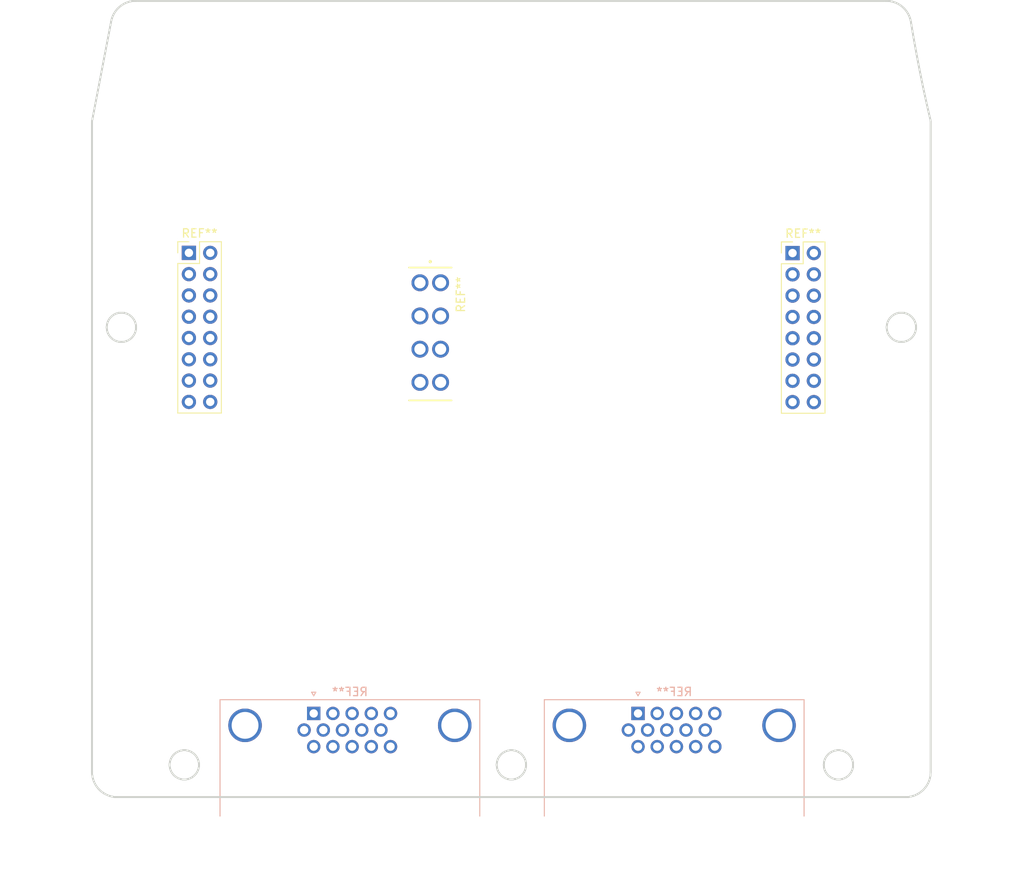
<source format=kicad_pcb>
(kicad_pcb (version 20221018) (generator pcbnew)
  (layers (0 "F.Cu" signal) (31 "B.Cu" signal) (34 "B.Paste" user) (35 "F.Paste" user) (36 "B.SilkS" user "B.Silkscreen") (37 "F.SilkS" user "F.Silkscreen") (38 "B.Mask" user) (39 "F.Mask" user) (44 "Edge.Cuts" user))
  (net 0 "")
  (footprint "Library:SAMTEC_FHP-04-01-X-S" (layer "F.Cu") (at 141.26 85.6787 -90)
    (fp_text reference "REF**" (at -4.705 -3.635 90) (layer "F.SilkS"))
    (fp_text value "SAMTEC_FHP-04-01-X-S")
    (fp_line (start -7.9248 -2.54) (end -7.9248 2.54) (stroke (width 0.2)) (layer "F.SilkS"))
    (fp_line (start 7.9248 -2.54) (end 7.9248 2.54) (stroke (width 0.2)) (layer "F.SilkS"))
    (fp_circle (center -8.63 0) (end -8.53 0) (stroke (width 0.2)) (fill none) (layer "F.SilkS"))
    (pad "01_1" thru_hole circle (at -6.1087 1.23 270) (size 2.0193 2.0193) (drill 1.3462) (layers "*.Cu" "*.Mask"))
    (pad "01_2" thru_hole circle (at -6.1087 -1.23 270) (size 2.0193 2.0193) (drill 1.3462) (layers "*.Cu" "*.Mask"))
    (pad "02_1" thru_hole circle (at -2.1487 1.23 270) (size 2.0193 2.0193) (drill 1.3462) (layers "*.Cu" "*.Mask"))
    (pad "02_2" thru_hole circle (at -2.1487 -1.23 270) (size 2.0193 2.0193) (drill 1.3462) (layers "*.Cu" "*.Mask"))
    (pad "03_1" thru_hole circle (at 1.8113 1.23 270) (size 2.0193 2.0193) (drill 1.3462) (layers "*.Cu" "*.Mask"))
    (pad "03_2" thru_hole circle (at 1.8113 -1.23 270) (size 2.0193 2.0193) (drill 1.3462) (layers "*.Cu" "*.Mask"))
    (pad "04_1" thru_hole circle (at 5.7713 1.23 270) (size 2.0193 2.0193) (drill 1.3462) (layers "*.Cu" "*.Mask"))
    (pad "04_2" thru_hole circle (at 5.7713 -1.23 270) (size 2.0193 2.0193) (drill 1.3462) (layers "*.Cu" "*.Mask"))
  )
  (footprint "Connector_PinHeader_2.54mm:PinHeader_2x08_P2.54mm_Vertical" (layer "F.Cu") (at 184.455 76.025)
    (fp_text reference "REF**" (at 1.27 -2.33) (layer "F.SilkS"))
    (fp_text value "PinHeader_2x08_P2.54mm_Vertical")
    (fp_line (start -1.33 -1.33) (end 0 -1.33) (stroke (width 0.12)) (layer "F.SilkS"))
    (fp_line (start -1.33 0) (end -1.33 -1.33) (stroke (width 0.12)) (layer "F.SilkS"))
    (fp_line (start -1.33 1.27) (end -1.33 19.11) (stroke (width 0.12)) (layer "F.SilkS"))
    (fp_line (start -1.33 1.27) (end 1.27 1.27) (stroke (width 0.12)) (layer "F.SilkS"))
    (fp_line (start -1.33 19.11) (end 3.87 19.11) (stroke (width 0.12)) (layer "F.SilkS"))
    (fp_line (start 1.27 -1.33) (end 3.87 -1.33) (stroke (width 0.12)) (layer "F.SilkS"))
    (fp_line (start 1.27 1.27) (end 1.27 -1.33) (stroke (width 0.12)) (layer "F.SilkS"))
    (fp_line (start 3.87 -1.33) (end 3.87 19.11) (stroke (width 0.12)) (layer "F.SilkS"))
    (pad "1" thru_hole rect (at 0 0) (size 1.7 1.7) (drill 1) (layers "*.Cu" "*.Mask"))
    (pad "2" thru_hole oval (at 2.54 0) (size 1.7 1.7) (drill 1) (layers "*.Cu" "*.Mask"))
    (pad "3" thru_hole oval (at 0 2.54) (size 1.7 1.7) (drill 1) (layers "*.Cu" "*.Mask"))
    (pad "4" thru_hole oval (at 2.54 2.54) (size 1.7 1.7) (drill 1) (layers "*.Cu" "*.Mask"))
    (pad "5" thru_hole oval (at 0 5.08) (size 1.7 1.7) (drill 1) (layers "*.Cu" "*.Mask"))
    (pad "6" thru_hole oval (at 2.54 5.08) (size 1.7 1.7) (drill 1) (layers "*.Cu" "*.Mask"))
    (pad "7" thru_hole oval (at 0 7.62) (size 1.7 1.7) (drill 1) (layers "*.Cu" "*.Mask"))
    (pad "8" thru_hole oval (at 2.54 7.62) (size 1.7 1.7) (drill 1) (layers "*.Cu" "*.Mask"))
    (pad "9" thru_hole oval (at 0 10.16) (size 1.7 1.7) (drill 1) (layers "*.Cu" "*.Mask"))
    (pad "10" thru_hole oval (at 2.54 10.16) (size 1.7 1.7) (drill 1) (layers "*.Cu" "*.Mask"))
    (pad "11" thru_hole oval (at 0 12.7) (size 1.7 1.7) (drill 1) (layers "*.Cu" "*.Mask"))
    (pad "12" thru_hole oval (at 2.54 12.7) (size 1.7 1.7) (drill 1) (layers "*.Cu" "*.Mask"))
    (pad "13" thru_hole oval (at 0 15.24) (size 1.7 1.7) (drill 1) (layers "*.Cu" "*.Mask"))
    (pad "14" thru_hole oval (at 2.54 15.24) (size 1.7 1.7) (drill 1) (layers "*.Cu" "*.Mask"))
    (pad "15" thru_hole oval (at 0 17.78) (size 1.7 1.7) (drill 1) (layers "*.Cu" "*.Mask"))
    (pad "16" thru_hole oval (at 2.54 17.78) (size 1.7 1.7) (drill 1) (layers "*.Cu" "*.Mask"))
  )
  (footprint "Connector_PinHeader_2.54mm:PinHeader_2x08_P2.54mm_Vertical" (layer "F.Cu") (at 112.48 76)
    (fp_text reference "REF**" (at 1.27 -2.33) (layer "F.SilkS"))
    (fp_text value "PinHeader_2x08_P2.54mm_Vertical")
    (fp_line (start -1.33 -1.33) (end 0 -1.33) (stroke (width 0.12)) (layer "F.SilkS"))
    (fp_line (start -1.33 0) (end -1.33 -1.33) (stroke (width 0.12)) (layer "F.SilkS"))
    (fp_line (start -1.33 1.27) (end -1.33 19.11) (stroke (width 0.12)) (layer "F.SilkS"))
    (fp_line (start -1.33 1.27) (end 1.27 1.27) (stroke (width 0.12)) (layer "F.SilkS"))
    (fp_line (start -1.33 19.11) (end 3.87 19.11) (stroke (width 0.12)) (layer "F.SilkS"))
    (fp_line (start 1.27 -1.33) (end 3.87 -1.33) (stroke (width 0.12)) (layer "F.SilkS"))
    (fp_line (start 1.27 1.27) (end 1.27 -1.33) (stroke (width 0.12)) (layer "F.SilkS"))
    (fp_line (start 3.87 -1.33) (end 3.87 19.11) (stroke (width 0.12)) (layer "F.SilkS"))
    (pad "1" thru_hole rect (at 0 0) (size 1.7 1.7) (drill 1) (layers "*.Cu" "*.Mask"))
    (pad "2" thru_hole oval (at 2.54 0) (size 1.7 1.7) (drill 1) (layers "*.Cu" "*.Mask"))
    (pad "3" thru_hole oval (at 0 2.54) (size 1.7 1.7) (drill 1) (layers "*.Cu" "*.Mask"))
    (pad "4" thru_hole oval (at 2.54 2.54) (size 1.7 1.7) (drill 1) (layers "*.Cu" "*.Mask"))
    (pad "5" thru_hole oval (at 0 5.08) (size 1.7 1.7) (drill 1) (layers "*.Cu" "*.Mask"))
    (pad "6" thru_hole oval (at 2.54 5.08) (size 1.7 1.7) (drill 1) (layers "*.Cu" "*.Mask"))
    (pad "7" thru_hole oval (at 0 7.62) (size 1.7 1.7) (drill 1) (layers "*.Cu" "*.Mask"))
    (pad "8" thru_hole oval (at 2.54 7.62) (size 1.7 1.7) (drill 1) (layers "*.Cu" "*.Mask"))
    (pad "9" thru_hole oval (at 0 10.16) (size 1.7 1.7) (drill 1) (layers "*.Cu" "*.Mask"))
    (pad "10" thru_hole oval (at 2.54 10.16) (size 1.7 1.7) (drill 1) (layers "*.Cu" "*.Mask"))
    (pad "11" thru_hole oval (at 0 12.7) (size 1.7 1.7) (drill 1) (layers "*.Cu" "*.Mask"))
    (pad "12" thru_hole oval (at 2.54 12.7) (size 1.7 1.7) (drill 1) (layers "*.Cu" "*.Mask"))
    (pad "13" thru_hole oval (at 0 15.24) (size 1.7 1.7) (drill 1) (layers "*.Cu" "*.Mask"))
    (pad "14" thru_hole oval (at 2.54 15.24) (size 1.7 1.7) (drill 1) (layers "*.Cu" "*.Mask"))
    (pad "15" thru_hole oval (at 0 17.78) (size 1.7 1.7) (drill 1) (layers "*.Cu" "*.Mask"))
    (pad "16" thru_hole oval (at 2.54 17.78) (size 1.7 1.7) (drill 1) (layers "*.Cu" "*.Mask"))
  )
  (footprint "Connector_Dsub:DSUB-15-HD_Female_Horizontal_P2.29x1.98mm_EdgePinOffset8.35mm_Housed_MountingHolesOffset10.89mm" (layer "B.Cu") (at 127.36 130.95 180)
    (fp_text reference "REF**" (at -4.315 2.58) (layer "B.SilkS") (effects (justify mirror)))
    (fp_text value "DSUB-15-HD_Female_Horizontal_P2.29x1.98mm_EdgePinOffset8.35mm_Housed_MountingHolesOffset10.89mm")
    (fp_line (start -19.8 -12.25) (end -19.8 1.64) (stroke (width 0.12)) (layer "B.SilkS"))
    (fp_line (start -19.8 1.64) (end 11.17 1.64) (stroke (width 0.12)) (layer "B.SilkS"))
    (fp_line (start -0.25 2.534338) (end 0.25 2.534338) (stroke (width 0.12)) (layer "B.SilkS"))
    (fp_line (start 0 2.101325) (end -0.25 2.534338) (stroke (width 0.12)) (layer "B.SilkS"))
    (fp_line (start 0.25 2.534338) (end 0 2.101325) (stroke (width 0.12)) (layer "B.SilkS"))
    (fp_line (start 11.17 1.64) (end 11.17 -12.25) (stroke (width 0.12)) (layer "B.SilkS"))
    (pad "0" thru_hole circle (at -16.815 -1.42 180) (size 4 4) (drill 3.2) (layers "*.Cu" "*.Mask"))
    (pad "0" thru_hole circle (at 8.185 -1.42 180) (size 4 4) (drill 3.2) (layers "*.Cu" "*.Mask"))
    (pad "1" thru_hole rect (at 0 0 180) (size 1.6 1.6) (drill 1) (layers "*.Cu" "*.Mask"))
    (pad "2" thru_hole circle (at -2.29 0 180) (size 1.6 1.6) (drill 1) (layers "*.Cu" "*.Mask"))
    (pad "3" thru_hole circle (at -4.58 0 180) (size 1.6 1.6) (drill 1) (layers "*.Cu" "*.Mask"))
    (pad "4" thru_hole circle (at -6.87 0 180) (size 1.6 1.6) (drill 1) (layers "*.Cu" "*.Mask"))
    (pad "5" thru_hole circle (at -9.16 0 180) (size 1.6 1.6) (drill 1) (layers "*.Cu" "*.Mask"))
    (pad "6" thru_hole circle (at 1.145 -1.98 180) (size 1.6 1.6) (drill 1) (layers "*.Cu" "*.Mask"))
    (pad "7" thru_hole circle (at -1.145 -1.98 180) (size 1.6 1.6) (drill 1) (layers "*.Cu" "*.Mask"))
    (pad "8" thru_hole circle (at -3.435 -1.98 180) (size 1.6 1.6) (drill 1) (layers "*.Cu" "*.Mask"))
    (pad "9" thru_hole circle (at -5.725 -1.98 180) (size 1.6 1.6) (drill 1) (layers "*.Cu" "*.Mask"))
    (pad "10" thru_hole circle (at -8.015 -1.98 180) (size 1.6 1.6) (drill 1) (layers "*.Cu" "*.Mask"))
    (pad "11" thru_hole circle (at 0 -3.96 180) (size 1.6 1.6) (drill 1) (layers "*.Cu" "*.Mask"))
    (pad "12" thru_hole circle (at -2.29 -3.96 180) (size 1.6 1.6) (drill 1) (layers "*.Cu" "*.Mask"))
    (pad "13" thru_hole circle (at -4.58 -3.96 180) (size 1.6 1.6) (drill 1) (layers "*.Cu" "*.Mask"))
    (pad "14" thru_hole circle (at -6.87 -3.96 180) (size 1.6 1.6) (drill 1) (layers "*.Cu" "*.Mask"))
    (pad "15" thru_hole circle (at -9.16 -3.96 180) (size 1.6 1.6) (drill 1) (layers "*.Cu" "*.Mask"))
  )
  (footprint "Connector_Dsub:DSUB-15-HD_Female_Horizontal_P2.29x1.98mm_EdgePinOffset8.35mm_Housed_MountingHolesOffset10.89mm" (layer "B.Cu") (at 166.03 130.95 180)
    (fp_text reference "REF**" (at -4.315 2.58) (layer "B.SilkS") (effects (justify mirror)))
    (fp_text value "DSUB-15-HD_Female_Horizontal_P2.29x1.98mm_EdgePinOffset8.35mm_Housed_MountingHolesOffset10.89mm")
    (fp_line (start -19.8 -12.25) (end -19.8 1.64) (stroke (width 0.12)) (layer "B.SilkS"))
    (fp_line (start -19.8 1.64) (end 11.17 1.64) (stroke (width 0.12)) (layer "B.SilkS"))
    (fp_line (start -0.25 2.534338) (end 0.25 2.534338) (stroke (width 0.12)) (layer "B.SilkS"))
    (fp_line (start 0 2.101325) (end -0.25 2.534338) (stroke (width 0.12)) (layer "B.SilkS"))
    (fp_line (start 0.25 2.534338) (end 0 2.101325) (stroke (width 0.12)) (layer "B.SilkS"))
    (fp_line (start 11.17 1.64) (end 11.17 -12.25) (stroke (width 0.12)) (layer "B.SilkS"))
    (pad "0" thru_hole circle (at -16.815 -1.42 180) (size 4 4) (drill 3.2) (layers "*.Cu" "*.Mask"))
    (pad "0" thru_hole circle (at 8.185 -1.42 180) (size 4 4) (drill 3.2) (layers "*.Cu" "*.Mask"))
    (pad "1" thru_hole rect (at 0 0 180) (size 1.6 1.6) (drill 1) (layers "*.Cu" "*.Mask"))
    (pad "2" thru_hole circle (at -2.29 0 180) (size 1.6 1.6) (drill 1) (layers "*.Cu" "*.Mask"))
    (pad "3" thru_hole circle (at -4.58 0 180) (size 1.6 1.6) (drill 1) (layers "*.Cu" "*.Mask"))
    (pad "4" thru_hole circle (at -6.87 0 180) (size 1.6 1.6) (drill 1) (layers "*.Cu" "*.Mask"))
    (pad "5" thru_hole circle (at -9.16 0 180) (size 1.6 1.6) (drill 1) (layers "*.Cu" "*.Mask"))
    (pad "6" thru_hole circle (at 1.145 -1.98 180) (size 1.6 1.6) (drill 1) (layers "*.Cu" "*.Mask"))
    (pad "7" thru_hole circle (at -1.145 -1.98 180) (size 1.6 1.6) (drill 1) (layers "*.Cu" "*.Mask"))
    (pad "8" thru_hole circle (at -3.435 -1.98 180) (size 1.6 1.6) (drill 1) (layers "*.Cu" "*.Mask"))
    (pad "9" thru_hole circle (at -5.725 -1.98 180) (size 1.6 1.6) (drill 1) (layers "*.Cu" "*.Mask"))
    (pad "10" thru_hole circle (at -8.015 -1.98 180) (size 1.6 1.6) (drill 1) (layers "*.Cu" "*.Mask"))
    (pad "11" thru_hole circle (at 0 -3.96 180) (size 1.6 1.6) (drill 1) (layers "*.Cu" "*.Mask"))
    (pad "12" thru_hole circle (at -2.29 -3.96 180) (size 1.6 1.6) (drill 1) (layers "*.Cu" "*.Mask"))
    (pad "13" thru_hole circle (at -4.58 -3.96 180) (size 1.6 1.6) (drill 1) (layers "*.Cu" "*.Mask"))
    (pad "14" thru_hole circle (at -6.87 -3.96 180) (size 1.6 1.6) (drill 1) (layers "*.Cu" "*.Mask"))
    (pad "15" thru_hole circle (at -9.16 -3.96 180) (size 1.6 1.6) (drill 1) (layers "*.Cu" "*.Mask"))
  )
  (gr_arc (start 102.68 84.8836) (mid 104.43 83.1336) (end 106.18 84.8836) (stroke (width 0.2)) (layer "Edge.Cuts"))
  (gr_arc (start 195.68 84.8836) (mid 197.43 83.1336) (end 199.18 84.8836) (stroke (width 0.2)) (layer "Edge.Cuts"))
  (gr_arc (start 200.93 137.9336) (mid 200.05132 140.05492) (end 197.93 140.9336) (stroke (width 0.2)) (layer "Edge.Cuts"))
  (gr_line (start 195.6076 45.9336) (end 106.1596 45.9336) (stroke (width 0.2)) (layer "Edge.Cuts"))
  (gr_line (start 200.93 74.8836) (end 200.93 94.8836) (stroke (width 0.2)) (layer "Edge.Cuts"))
  (gr_arc (start 110.18 137.0836) (mid 111.93 135.3336) (end 113.68 137.0836) (stroke (width 0.2)) (layer "Edge.Cuts"))
  (gr_line (start 195.6076 45.9336) (end 106.1596 45.9336) (stroke (width 0.2)) (layer "Edge.Cuts"))
  (gr_arc (start 149.18 137.0836) (mid 150.93 135.3336) (end 152.68 137.0836) (stroke (width 0.2)) (layer "Edge.Cuts"))
  (gr_line (start 100.93 94.8836) (end 100.93 74.8836) (stroke (width 0.2)) (layer "Edge.Cuts"))
  (gr_arc (start 149.18 137.0836) (mid 150.93 135.3336) (end 152.68 137.0836) (stroke (width 0.2)) (layer "Edge.Cuts"))
  (gr_arc (start 103.21324 48.368833) (mid 104.248357 46.621209) (end 106.1596 45.9336) (stroke (width 0.2)) (layer "Edge.Cuts"))
  (gr_arc (start 199.18 84.8836) (mid 197.43 86.6336) (end 195.68 84.8836) (stroke (width 0.2)) (layer "Edge.Cuts"))
  (gr_arc (start 103.93 140.9336) (mid 101.80868 140.05492) (end 100.93 137.9336) (stroke (width 0.2)) (layer "Edge.Cuts"))
  (gr_arc (start 103.21324 48.368833) (mid 104.248357 46.621209) (end 106.1596 45.9336) (stroke (width 0.2)) (layer "Edge.Cuts"))
  (gr_line (start 103.93 140.9336) (end 115.93 140.9336) (stroke (width 0.2)) (layer "Edge.Cuts"))
  (gr_line (start 103.2132 48.3688) (end 100.93 60.28) (stroke (width 0.2)) (layer "Edge.Cuts"))
  (gr_line (start 103.2132 48.3688) (end 100.93 60.28) (stroke (width 0.2)) (layer "Edge.Cuts"))
  (gr_arc (start 152.68 137.0836) (mid 150.93 138.8336) (end 149.18 137.0836) (stroke (width 0.2)) (layer "Edge.Cuts"))
  (gr_arc (start 195.6076 45.9336) (mid 197.552373 46.649337) (end 198.569182 48.455027) (stroke (width 0.2)) (layer "Edge.Cuts"))
  (gr_line (start 195.6076 45.9336) (end 106.1596 45.9336) (stroke (width 0.2)) (layer "Edge.Cuts"))
  (gr_line (start 200.93 74.8836) (end 200.93 60.28) (stroke (width 0.2)) (layer "Edge.Cuts"))
  (gr_line (start 100.93 94.8836) (end 100.93 74.8836) (stroke (width 0.2)) (layer "Edge.Cuts"))
  (gr_curve (pts (xy 200.93 60.28) (xy 199.9847 56.3611) (xy 199.2095 52.4174) (xy 198.5693 48.455)) (stroke (width 0.2)) (layer "Edge.Cuts"))
  (gr_line (start 103.93 140.9336) (end 197.93 140.9336) (stroke (width 0.2)) (layer "Edge.Cuts"))
  (gr_arc (start 195.68 84.8836) (mid 197.43 83.1336) (end 199.18 84.8836) (stroke (width 0.2)) (layer "Edge.Cuts"))
  (gr_arc (start 103.21324 48.368833) (mid 104.248357 46.621209) (end 106.1596 45.9336) (stroke (width 0.2)) (layer "Edge.Cuts"))
  (gr_line (start 146.93 140.9336) (end 115.93 140.9336) (stroke (width 0.2)) (layer "Edge.Cuts"))
  (gr_arc (start 188.18 137.0836) (mid 189.93 135.3336) (end 191.68 137.0836) (stroke (width 0.2)) (layer "Edge.Cuts"))
  (gr_arc (start 152.68 137.0836) (mid 150.93 138.8336) (end 149.18 137.0836) (stroke (width 0.2)) (layer "Edge.Cuts"))
  (gr_arc (start 152.68 137.0836) (mid 150.93 138.8336) (end 149.18 137.0836) (stroke (width 0.2)) (layer "Edge.Cuts"))
  (gr_arc (start 191.68 137.0836) (mid 189.93 138.8336) (end 188.18 137.0836) (stroke (width 0.2)) (layer "Edge.Cuts"))
  (gr_line (start 146.93 140.9336) (end 154.93 140.9336) (stroke (width 0.2)) (layer "Edge.Cuts"))
  (gr_arc (start 191.68 137.0836) (mid 189.93 138.8336) (end 188.18 137.0836) (stroke (width 0.2)) (layer "Edge.Cuts"))
  (gr_arc (start 200.93 137.9336) (mid 200.05132 140.05492) (end 197.93 140.9336) (stroke (width 0.2)) (layer "Edge.Cuts"))
  (gr_line (start 146.93 140.9336) (end 154.93 140.9336) (stroke (width 0.2)) (layer "Edge.Cuts"))
  (gr_line (start 185.93 140.9336) (end 154.93 140.9336) (stroke (width 0.2)) (layer "Edge.Cuts"))
  (gr_arc (start 188.18 137.0836) (mid 189.93 135.3336) (end 191.68 137.0836) (stroke (width 0.2)) (layer "Edge.Cuts"))
  (gr_curve (pts (xy 200.93 60.28) (xy 199.5692 54.6383) (xy 198.5693 48.455) (xy 198.5693 48.455)) (stroke (width 0.2)) (layer "Edge.Cuts"))
  (gr_arc (start 110.18 137.0836) (mid 111.93 135.3336) (end 113.68 137.0836) (stroke (width 0.2)) (layer "Edge.Cuts"))
  (gr_arc (start 106.18 84.8836) (mid 104.43 86.6336) (end 102.68 84.8836) (stroke (width 0.2)) (layer "Edge.Cuts"))
  (gr_line (start 103.93 140.9336) (end 197.93 140.9336) (stroke (width 0.2)) (layer "Edge.Cuts"))
  (gr_arc (start 195.6076 45.9336) (mid 197.552373 46.649337) (end 198.569182 48.455027) (stroke (width 0.2)) (layer "Edge.Cuts"))
  (gr_arc (start 200.93 137.9336) (mid 200.05132 140.05492) (end 197.93 140.9336) (stroke (width 0.2)) (layer "Edge.Cuts"))
  (gr_line (start 200.93 74.8836) (end 200.93 94.8836) (stroke (width 0.2)) (layer "Edge.Cuts"))
  (gr_line (start 200.93 137.9336) (end 200.93 94.8836) (stroke (width 0.2)) (layer "Edge.Cuts"))
  (gr_arc (start 103.93 140.9336) (mid 101.80868 140.05492) (end 100.93 137.9336) (stroke (width 0.2)) (layer "Edge.Cuts"))
  (gr_line (start 103.93 140.9336) (end 115.93 140.9336) (stroke (width 0.2)) (layer "Edge.Cuts"))
  (gr_arc (start 191.68 137.0836) (mid 189.93 138.8336) (end 188.18 137.0836) (stroke (width 0.2)) (layer "Edge.Cuts"))
  (gr_arc (start 102.68 84.8836) (mid 104.43 83.1336) (end 106.18 84.8836) (stroke (width 0.2)) (layer "Edge.Cuts"))
  (gr_arc (start 106.18 84.8836) (mid 104.43 86.6336) (end 102.68 84.8836) (stroke (width 0.2)) (layer "Edge.Cuts"))
  (gr_arc (start 195.68 84.8836) (mid 197.43 83.1336) (end 199.18 84.8836) (stroke (width 0.2)) (layer "Edge.Cuts"))
  (gr_arc (start 152.68 137.0836) (mid 150.93 138.8336) (end 149.18 137.0836) (stroke (width 0.2)) (layer "Edge.Cuts"))
  (gr_line (start 185.93 140.9336) (end 154.93 140.9336) (stroke (width 0.2)) (layer "Edge.Cuts"))
  (gr_line (start 185.93 140.9336) (end 197.93 140.9336) (stroke (width 0.2)) (layer "Edge.Cuts"))
  (gr_arc (start 199.18 84.8836) (mid 197.43 86.6336) (end 195.68 84.8836) (stroke (width 0.2)) (layer "Edge.Cuts"))
  (gr_arc (start 103.93 140.9336) (mid 101.80868 140.05492) (end 100.93 137.9336) (stroke (width 0.2)) (layer "Edge.Cuts"))
  (gr_line (start 100.93 60.28) (end 100.93 74.8836) (stroke (width 0.2)) (layer "Edge.Cuts"))
  (gr_arc (start 102.68 84.8836) (mid 104.43 83.1336) (end 106.18 84.8836) (stroke (width 0.2)) (layer "Edge.Cuts"))
  (gr_arc (start 113.68 137.0836) (mid 111.93 138.8336) (end 110.18 137.0836) (stroke (width 0.2)) (layer "Edge.Cuts"))
  (gr_curve (pts (xy 200.93 60.28) (xy 199.9847 56.3611) (xy 199.2095 52.4174) (xy 198.5693 48.455)) (stroke (width 0.2)) (layer "Edge.Cuts"))
  (gr_arc (start 149.18 137.0836) (mid 150.93 135.3336) (end 152.68 137.0836) (stroke (width 0.2)) (layer "Edge.Cuts"))
  (gr_arc (start 110.18 137.0836) (mid 111.93 135.3336) (end 113.68 137.0836) (stroke (width 0.2)) (layer "Edge.Cuts"))
  (gr_arc (start 149.18 137.0836) (mid 150.93 135.3336) (end 152.68 137.0836) (stroke (width 0.2)) (layer "Edge.Cuts"))
  (gr_line (start 185.93 140.9336) (end 197.93 140.9336) (stroke (width 0.2)) (layer "Edge.Cuts"))
  (gr_line (start 200.93 137.9336) (end 200.93 60.28) (stroke (width 0.2)) (layer "Edge.Cuts"))
  (gr_arc (start 188.18 137.0836) (mid 189.93 135.3336) (end 191.68 137.0836) (stroke (width 0.2)) (layer "Edge.Cuts"))
  (gr_line (start 103.2132 48.3688) (end 100.93 60.28) (stroke (width 0.2)) (layer "Edge.Cuts"))
  (gr_line (start 200.93 74.8836) (end 200.93 60.28) (stroke (width 0.2)) (layer "Edge.Cuts"))
  (gr_arc (start 113.68 137.0836) (mid 111.93 138.8336) (end 110.18 137.0836) (stroke (width 0.2)) (layer "Edge.Cuts"))
  (gr_arc (start 191.68 137.0836) (mid 189.93 138.8336) (end 188.18 137.0836) (stroke (width 0.2)) (layer "Edge.Cuts"))
  (gr_curve (pts (xy 200.93 60.28) (xy 199.5692 54.6383) (xy 198.5693 48.455) (xy 198.5693 48.455)) (stroke (width 0.2)) (layer "Edge.Cuts"))
  (gr_arc (start 103.21324 48.368833) (mid 104.248357 46.621209) (end 106.1596 45.9336) (stroke (width 0.2)) (layer "Edge.Cuts"))
  (gr_arc (start 188.18 137.0836) (mid 189.93 135.3336) (end 191.68 137.0836) (stroke (width 0.2)) (layer "Edge.Cuts"))
  (gr_arc (start 110.18 137.0836) (mid 111.93 135.3336) (end 113.68 137.0836) (stroke (width 0.2)) (layer "Edge.Cuts"))
  (gr_line (start 100.93 94.8836) (end 100.93 137.9336) (stroke (width 0.2)) (layer "Edge.Cuts"))
  (gr_arc (start 113.68 137.0836) (mid 111.93 138.8336) (end 110.18 137.0836) (stroke (width 0.2)) (layer "Edge.Cuts"))
  (gr_arc (start 103.93 140.9336) (mid 101.80868 140.05492) (end 100.93 137.9336) (stroke (width 0.2)) (layer "Edge.Cuts"))
  (gr_arc (start 195.6076 45.9336) (mid 197.552373 46.649337) (end 198.569182 48.455027) (stroke (width 0.2)) (layer "Edge.Cuts"))
  (gr_line (start 200.93 137.9336) (end 200.93 60.28) (stroke (width 0.2)) (layer "Edge.Cuts"))
  (gr_arc (start 106.18 84.8836) (mid 104.43 86.6336) (end 102.68 84.8836) (stroke (width 0.2)) (layer "Edge.Cuts"))
  (gr_line (start 195.6076 45.9336) (end 106.1596 45.9336) (stroke (width 0.2)) (layer "Edge.Cuts"))
  (gr_line (start 100.93 60.28) (end 100.93 137.9336) (stroke (width 0.2)) (layer "Edge.Cuts"))
  (gr_line (start 100.93 60.28) (end 100.93 137.9336) (stroke (width 0.2)) (layer "Edge.Cuts"))
  (gr_line (start 100.93 60.28) (end 100.93 74.8836) (stroke (width 0.2)) (layer "Edge.Cuts"))
  (gr_line (start 100.93 94.8836) (end 100.93 137.9336) (stroke (width 0.2)) (layer "Edge.Cuts"))
  (gr_line (start 200.93 137.9336) (end 200.93 94.8836) (stroke (width 0.2)) (layer "Edge.Cuts"))
  (gr_arc (start 113.68 137.0836) (mid 111.93 138.8336) (end 110.18 137.0836) (stroke (width 0.2)) (layer "Edge.Cuts"))
  (gr_arc (start 199.18 84.8836) (mid 197.43 86.6336) (end 195.68 84.8836) (stroke (width 0.2)) (layer "Edge.Cuts"))
  (gr_arc (start 195.68 84.8836) (mid 197.43 83.1336) (end 199.18 84.8836) (stroke (width 0.2)) (layer "Edge.Cuts"))
  (gr_arc (start 102.68 84.8836) (mid 104.43 83.1336) (end 106.18 84.8836) (stroke (width 0.2)) (layer "Edge.Cuts"))
  (gr_arc (start 106.18 84.8836) (mid 104.43 86.6336) (end 102.68 84.8836) (stroke (width 0.2)) (layer "Edge.Cuts"))
  (gr_arc (start 200.93 137.9336) (mid 200.05132 140.05492) (end 197.93 140.9336) (stroke (width 0.2)) (layer "Edge.Cuts"))
  (gr_line (start 103.2132 48.3688) (end 100.93 60.28) (stroke (width 0.2)) (layer "Edge.Cuts"))
  (gr_arc (start 199.18 84.8836) (mid 197.43 86.6336) (end 195.68 84.8836) (stroke (width 0.2)) (layer "Edge.Cuts"))
  (gr_line (start 146.93 140.9336) (end 115.93 140.9336) (stroke (width 0.2)) (layer "Edge.Cuts"))
  (gr_arc (start 195.6076 45.9336) (mid 197.552373 46.649337) (end 198.569182 48.455027) (stroke (width 0.2)) (layer "Edge.Cuts"))
)
</source>
